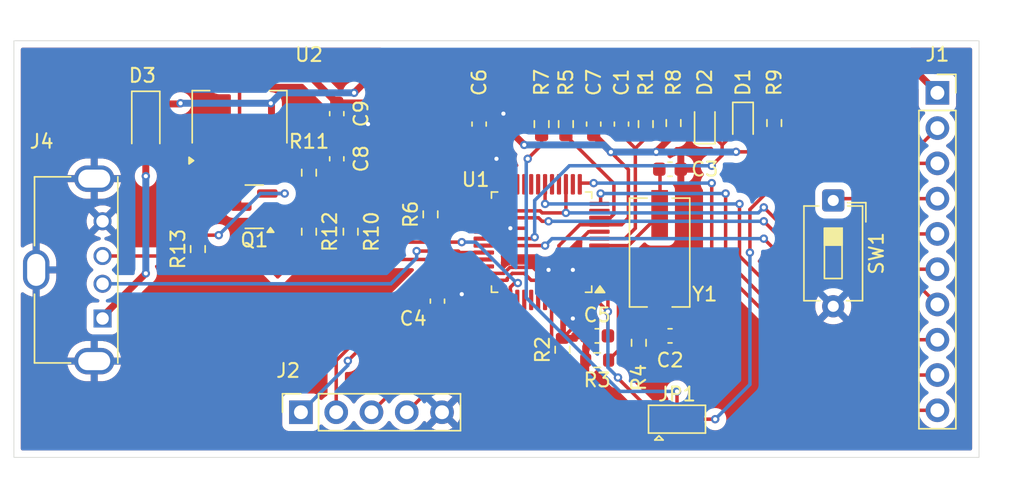
<source format=kicad_pcb>
(kicad_pcb (version 20241229) (generator "pcbnew") (generator_version "9.0")
  (layers (0 "F.Cu" signal) (2 "B.Cu" signal) (13 "F.Paste" user) (15 "B.Paste" user) (5 "F.SilkS" user "F.Silkscreen") (7 "B.SilkS" user "B.Silkscreen") (1 "F.Mask" user) (3 "B.Mask" user) (25 "Edge.Cuts" user))
  (net 0 "")
  (net 1 "Net-(U1-NRST)")
  (net 2 "GND")
  (net 3 "Net-(U1-PD0)")
  (net 4 "Net-(U1-PD1)")
  (net 5 "+3.3V")
  (net 6 "+5V")
  (net 7 "Net-(D1-K)")
  (net 8 "LED")
  (net 9 "Net-(D2-A)")
  (net 10 "VBUS")
  (net 11 "T_TX")
  (net 12 "T_SWO")
  (net 13 "T_CLK")
  (net 14 "T_RX")
  (net 15 "T_DIO")
  (net 16 "T_RST")
  (net 17 "DIO")
  (net 18 "CLK")
  (net 19 "B0")
  (net 20 "D-")
  (net 21 "D+")
  (net 22 "T_PWR")
  (net 23 "Net-(JP1-C)")
  (net 24 "Net-(Q1-B)")
  (net 25 "Net-(Q1-E)")
  (net 26 "Net-(U1-PC13)")
  (net 27 "Net-(U1-PC14)")
  (net 28 "Net-(U1-PA0)")
  (net 29 "Net-(U1-PB12)")
  (net 30 "RENUM")
  (net 49 "Net-(J1-Pin_4)")
  (footprint "Capacitor_SMD:C_0603_1608Metric" (layer "F.Cu") (at 74.25 27.5 -90)
    (property "Reference" "C8" (at 0 -1.75 90) (layer "F.SilkS"))
    (property "Value" "10uF")
    (pad "1" smd roundrect (at -0.775 0 270) (size 0.9 0.95) (layers "F.Cu" "F.Mask" "F.Paste") (net 2 "GND"))
    (pad "2" smd roundrect (at 0.775 0 270) (size 0.9 0.95) (layers "F.Cu" "F.Mask" "F.Paste") (net 6 "+5V"))
  )
  (footprint "Capacitor_SMD:C_0603_1608Metric" (layer "F.Cu") (at 92.75 25 -90)
    (property "Reference" "C7" (at -3 0 90) (layer "F.SilkS"))
    (property "Value" "100nF")
    (pad "1" smd roundrect (at -0.775 0 270) (size 0.9 0.95) (layers "F.Cu" "F.Mask" "F.Paste") (net 2 "GND"))
    (pad "2" smd roundrect (at 0.775 0 270) (size 0.9 0.95) (layers "F.Cu" "F.Mask" "F.Paste") (net 5 "+3.3V"))
  )
  (footprint "Connector_USB:USB_A_Molex_105057_Vertical" (layer "F.Cu") (at 57.385 39 90)
    (property "Reference" "J4" (at 12.75 -4.385 180) (layer "F.SilkS"))
    (property "Value" "USB_A")
    (pad "1" thru_hole rect (at 0 0 90) (size 1.3 1.3) (drill 0.9) (layers "*.Cu" "*.Mask") (net 10 "VBUS"))
    (pad "2" thru_hole circle (at 2.5 0 90) (size 1.3 1.3) (drill 0.9) (layers "*.Cu" "*.Mask") (net 20 "D-"))
    (pad "3" thru_hole circle (at 4.5 0 90) (size 1.3 1.3) (drill 0.9) (layers "*.Cu" "*.Mask") (net 21 "D+"))
    (pad "4" thru_hole circle (at 7 0 90) (size 1.3 1.3) (drill 0.9) (layers "*.Cu" "*.Mask") (net 2 "GND"))
    (pad "5" thru_hole oval (at -3.07 -0.6 270) (size 1.9 2.9) (drill oval 1.3 2.3) (layers "*.Cu" "*.Mask") (net 2 "GND"))
    (pad "5" thru_hole oval (at 3.5 -4.78 180) (size 1.9 2.9) (drill oval 1.3 2.3) (layers "*.Cu" "*.Mask") (net 2 "GND"))
    (pad "5" thru_hole oval (at 10.07 -0.6 90) (size 1.9 2.9) (drill oval 1.3 2.3) (layers "*.Cu" "*.Mask") (net 2 "GND"))
  )
  (footprint "Connector_PinSocket_2.54mm:PinSocket_1x05_P2.54mm_Vertical" (layer "F.Cu") (at 71.67 45.75 90)
    (property "Reference" "J2" (at 3 -0.92 180) (layer "F.SilkS"))
    (property "Value" "Conn_01x05_Pin")
    (pad "1" thru_hole rect (at 0 0 90) (size 1.7 1.7) (drill 1) (layers "*.Cu" "*.Mask") (net 5 "+3.3V"))
    (pad "2" thru_hole circle (at 0 2.54 90) (size 1.7 1.7) (drill 1) (layers "*.Cu" "*.Mask") (net 17 "DIO"))
    (pad "3" thru_hole circle (at 0 5.08 90) (size 1.7 1.7) (drill 1) (layers "*.Cu" "*.Mask") (net 18 "CLK"))
    (pad "4" thru_hole circle (at 0 7.62 90) (size 1.7 1.7) (drill 1) (layers "*.Cu" "*.Mask") (net 19 "B0"))
    (pad "5" thru_hole circle (at 0 10.16 90) (size 1.7 1.7) (drill 1) (layers "*.Cu" "*.Mask") (net 2 "GND"))
  )
  (footprint "Resistor_SMD:R_0603_1608Metric" (layer "F.Cu") (at 90.75 25 90)
    (property "Reference" "R5" (at 3 0 90) (layer "F.SilkS"))
    (property "Value" "4K7")
    (pad "1" smd roundrect (at -0.825 0 90) (size 0.8 0.95) (layers "F.Cu" "F.Mask" "F.Paste") (net 28 "Net-(U1-PA0)"))
    (pad "2" smd roundrect (at 0.825 0 90) (size 0.8 0.95) (layers "F.Cu" "F.Mask" "F.Paste") (net 2 "GND"))
  )
  (footprint "Diode_SMD:D_SMF" (layer "F.Cu") (at 60.5 25 -90)
    (property "Reference" "D3" (at -3.5 0.25 180) (layer "F.SilkS"))
    (property "Value" "BZD27Cxx")
    (pad "1" smd roundrect (at -1.45 0 270) (size 1.3 1.4) (layers "F.Cu" "F.Mask" "F.Paste") (roundrect_rratio 0.1923076923) (net 6 "+5V"))
    (pad "2" smd roundrect (at 1.45 0 270) (size 1.3 1.4) (layers "F.Cu" "F.Mask" "F.Paste") (roundrect_rratio 0.1923076923) (net 10 "VBUS"))
  )
  (footprint "Resistor_SMD:R_0603_1608Metric" (layer "F.Cu") (at 105.75 24.925 -90)
    (property "Reference" "R9" (at -2.925 0 90) (layer "F.SilkS"))
    (property "Value" "220R")
    (pad "1" smd roundrect (at -0.825 0 270) (size 0.8 0.95) (layers "F.Cu" "F.Mask" "F.Paste") (net 7 "Net-(D1-K)"))
    (pad "2" smd roundrect (at 0.825 0 270) (size 0.8 0.95) (layers "F.Cu" "F.Mask" "F.Paste") (net 2 "GND"))
  )
  (footprint "Capacitor_SMD:C_0603_1608Metric" (layer "F.Cu") (at 81.5 37.75 90)
    (property "Reference" "C4" (at -1.25 -1.75 180) (layer "F.SilkS"))
    (property "Value" "100nF")
    (pad "1" smd roundrect (at -0.775 0 90) (size 0.9 0.95) (layers "F.Cu" "F.Mask" "F.Paste") (net 2 "GND"))
    (pad "2" smd roundrect (at 0.775 0 90) (size 0.9 0.95) (layers "F.Cu" "F.Mask" "F.Paste") (net 5 "+3.3V"))
  )
  (footprint "Jumper:SolderJumper-3_P1.3mm_Bridged12_Pad1.0x1.5mm" (layer "F.Cu") (at 98.75 46.25)
    (property "Reference" "JP1" (at 0 -1.8 0) (layer "F.SilkS"))
    (property "Value" "JP1")
    (fp_poly (pts (xy -0.9 -0.3) (xy -0.4 -0.3) (xy -0.4 0.3) (xy -0.9 0.3)) (fill yes) (layer "F.Cu"))
    (pad "1" smd rect (at -1.3 0) (size 1 1.5) (layers "F.Cu" "F.Mask") (net 5 "+3.3V"))
    (pad "2" smd rect (at 0 0) (size 1 1.5) (layers "F.Cu" "F.Mask") (net 23 "Net-(JP1-C)"))
    (pad "3" smd rect (at 1.3 0) (size 1 1.5) (layers "F.Cu" "F.Mask") (net 22 "T_PWR"))
  )
  (footprint "Capacitor_SMD:C_0603_1608Metric" (layer "F.Cu") (at 74.25 24.25 90)
    (property "Reference" "C9" (at 0 1.75 90) (layer "F.SilkS"))
    (property "Value" "10uF")
    (pad "1" smd roundrect (at -0.775 0 90) (size 0.9 0.95) (layers "F.Cu" "F.Mask" "F.Paste") (net 2 "GND"))
    (pad "2" smd roundrect (at 0.775 0 90) (size 0.9 0.95) (layers "F.Cu" "F.Mask" "F.Paste") (net 5 "+3.3V"))
  )
  (footprint "Capacitor_SMD:C_0603_1608Metric" (layer "F.Cu") (at 93 40.25)
    (property "Reference" "C5" (at 0 -1.5 0) (layer "F.SilkS"))
    (property "Value" "100nF")
    (pad "1" smd roundrect (at -0.775 0) (size 0.9 0.95) (layers "F.Cu" "F.Mask" "F.Paste") (net 2 "GND"))
    (pad "2" smd roundrect (at 0.775 0) (size 0.9 0.95) (layers "F.Cu" "F.Mask" "F.Paste") (net 5 "+3.3V"))
  )
  (footprint "Crystal:Crystal_SMD_ECS_CSM3X-2Pin_7.6x4.1mm" (layer "F.Cu") (at 97.5 34.25 90)
    (property "Reference" "Y1" (at -3 3.25 0) (layer "F.SilkS"))
    (property "Value" "Crystal")
    (pad "1" smd rect (at -2.75 0 90) (size 3.5 1.2) (layers "F.Cu" "F.Mask" "F.Paste") (net 3 "Net-(U1-PD0)"))
    (pad "2" smd rect (at 2.75 0 90) (size 3.5 1.2) (layers "F.Cu" "F.Mask" "F.Paste") (net 4 "Net-(U1-PD1)"))
  )
  (footprint "Resistor_SMD:R_0603_1608Metric" (layer "F.Cu") (at 75.25 32.75 -90)
    (property "Reference" "R10" (at 0 -1.5 90) (layer "F.SilkS"))
    (property "Value" "100R")
    (pad "1" smd roundrect (at -0.825 0 270) (size 0.8 0.95) (layers "F.Cu" "F.Mask" "F.Paste") (net 24 "Net-(Q1-B)"))
    (pad "2" smd roundrect (at 0.825 0 270) (size 0.8 0.95) (layers "F.Cu" "F.Mask" "F.Paste") (net 30 "RENUM"))
  )
  (footprint "LED_SMD:LED_0603_1608Metric" (layer "F.Cu") (at 103.5 24.925 -90)
    (property "Reference" "D1" (at -2.925 0 90) (layer "F.SilkS"))
    (property "Value" "RED")
    (pad "1" smd roundrect (at -0.7875 0 270) (size 0.875 0.95) (layers "F.Cu" "F.Mask" "F.Paste") (net 7 "Net-(D1-K)"))
    (pad "2" smd roundrect (at 0.7875 0 270) (size 0.875 0.95) (layers "F.Cu" "F.Mask" "F.Paste") (net 8 "LED"))
  )
  (footprint "Resistor_SMD:R_0603_1608Metric" (layer "F.Cu") (at 93 42 180)
    (property "Reference" "R3" (at 0 -1.43 0) (layer "F.SilkS"))
    (property "Value" "10K")
    (pad "1" smd roundrect (at -0.825 0 180) (size 0.8 0.95) (layers "F.Cu" "F.Mask" "F.Paste") (net 26 "Net-(U1-PC13)"))
    (pad "2" smd roundrect (at 0.825 0 180) (size 0.8 0.95) (layers "F.Cu" "F.Mask" "F.Paste") (net 2 "GND"))
  )
  (footprint "Resistor_SMD:R_0603_1608Metric" (layer "F.Cu") (at 96.5 25 -90)
    (property "Reference" "R1" (at -3 0 90) (layer "F.SilkS"))
    (property "Value" "100k")
    (pad "1" smd roundrect (at -0.825 0 270) (size 0.8 0.95) (layers "F.Cu" "F.Mask" "F.Paste") (net 5 "+3.3V"))
    (pad "2" smd roundrect (at 0.825 0 270) (size 0.8 0.95) (layers "F.Cu" "F.Mask" "F.Paste") (net 1 "Net-(U1-NRST)"))
  )
  (footprint "Resistor_SMD:R_0603_1608Metric" (layer "F.Cu") (at 90.5 41.25 90)
    (property "Reference" "R2" (at 0 -1.43 90) (layer "F.SilkS"))
    (property "Value" "100k")
    (pad "1" smd roundrect (at -0.825 0 90) (size 0.8 0.95) (layers "F.Cu" "F.Mask" "F.Paste") (net 19 "B0"))
    (pad "2" smd roundrect (at 0.825 0 90) (size 0.8 0.95) (layers "F.Cu" "F.Mask" "F.Paste") (net 2 "GND"))
  )
  (footprint "Package_TO_SOT_SMD:SOT-223-3_TabPin2" (layer "F.Cu") (at 67.25 24.5 90)
    (property "Reference" "U2" (at 4.5 5 180) (layer "F.SilkS"))
    (property "Value" "LD1117S33TR_SOT223")
    (pad "1" smd roundrect (at -3.15 -2.3 90) (size 2 1.5) (layers "F.Cu" "F.Mask" "F.Paste") (net 2 "GND"))
    (pad "2" smd roundrect (at -3.15 0 90) (size 2 1.5) (layers "F.Cu" "F.Mask" "F.Paste") (net 5 "+3.3V"))
    (pad "2" smd roundrect (at 3.15 0 90) (size 2 3.8) (layers "F.Cu" "F.Mask" "F.Paste") (net 5 "+3.3V"))
    (pad "3" smd roundrect (at -3.15 2.3 90) (size 2 1.5) (layers "F.Cu" "F.Mask" "F.Paste") (net 6 "+5V"))
  )
  (footprint "Resistor_SMD:R_0603_1608Metric" (layer "F.Cu") (at 98.5 24.925 90)
    (property "Reference" "R8" (at 2.925 0 90) (layer "F.SilkS"))
    (property "Value" "200R")
    (pad "1" smd roundrect (at -0.825 0 90) (size 0.8 0.95) (layers "F.Cu" "F.Mask" "F.Paste") (net 5 "+3.3V"))
    (pad "2" smd roundrect (at 0.825 0 90) (size 0.8 0.95) (layers "F.Cu" "F.Mask" "F.Paste") (net 9 "Net-(D2-A)"))
  )
  (footprint "Resistor_SMD:R_0603_1608Metric" (layer "F.Cu") (at 89 25 90)
    (property "Reference" "R7" (at 3 0 90) (layer "F.SilkS"))
    (property "Value" "4K7")
    (pad "1" smd roundrect (at -0.825 0 90) (size 0.8 0.95) (layers "F.Cu" "F.Mask" "F.Paste") (net 23 "Net-(JP1-C)"))
    (pad "2" smd roundrect (at 0.825 0 90) (size 0.8 0.95) (layers "F.Cu" "F.Mask" "F.Paste") (net 28 "Net-(U1-PA0)"))
  )
  (footprint "Capacitor_SMD:C_0603_1608Metric" (layer "F.Cu") (at 94.75 25 90)
    (property "Reference" "C1" (at 3 0 90) (layer "F.SilkS"))
    (property "Value" "100nF")
    (pad "1" smd roundrect (at -0.775 0 90) (size 0.9 0.95) (layers "F.Cu" "F.Mask" "F.Paste") (net 1 "Net-(U1-NRST)"))
    (pad "2" smd roundrect (at 0.775 0 90) (size 0.9 0.95) (layers "F.Cu" "F.Mask" "F.Paste") (net 2 "GND"))
  )
  (footprint "Capacitor_SMD:C_0603_1608Metric" (layer "F.Cu") (at 84.5 25 -90)
    (property "Reference" "C6" (at -3 0 90) (layer "F.SilkS"))
    (property "Value" "100nF")
    (pad "1" smd roundrect (at -0.775 0 270) (size 0.9 0.95) (layers "F.Cu" "F.Mask" "F.Paste") (net 2 "GND"))
    (pad "2" smd roundrect (at 0.775 0 270) (size 0.9 0.95) (layers "F.Cu" "F.Mask" "F.Paste") (net 5 "+3.3V"))
  )
  (footprint "Resistor_SMD:R_0603_1608Metric" (layer "F.Cu") (at 72.25 28.5 90)
    (property "Reference" "R11" (at 2.25 0 180) (layer "F.SilkS"))
    (property "Value" "10K")
    (pad "1" smd roundrect (at -0.825 0 90) (size 0.8 0.95) (layers "F.Cu" "F.Mask" "F.Paste") (net 24 "Net-(Q1-B)"))
    (pad "2" smd roundrect (at 0.825 0 90) (size 0.8 0.95) (layers "F.Cu" "F.Mask" "F.Paste") (net 6 "+5V"))
  )
  (footprint "Connector_PinSocket_2.54mm:PinSocket_1x10_P2.54mm_Vertical" (layer "F.Cu") (at 117.5 22.75)
    (property "Reference" "J1" (at 0 -2.77 0) (layer "F.SilkS"))
    (property "Value" "Conn_01x10_Pin")
    (pad "1" thru_hole rect (at 0 0) (size 1.7 1.7) (drill 1) (layers "*.Cu" "*.Mask") (net 6 "+5V"))
    (pad "2" thru_hole circle (at 0 2.54) (size 1.7 1.7) (drill 1) (layers "*.Cu" "*.Mask") (net 5 "+3.3V"))
    (pad "3" thru_hole circle (at 0 5.08) (size 1.7 1.7) (drill 1) (layers "*.Cu" "*.Mask") (net 22 "T_PWR"))
    (pad "4" thru_hole circle (at 0 7.62) (size 1.7 1.7) (drill 1) (layers "*.Cu" "*.Mask") (net 49 "Net-(J1-Pin_4)"))
    (pad "5" thru_hole circle (at 0 10.16) (size 1.7 1.7) (drill 1) (layers "*.Cu" "*.Mask") (net 13 "T_CLK"))
    (pad "6" thru_hole circle (at 0 12.7) (size 1.7 1.7) (drill 1) (layers "*.Cu" "*.Mask") (net 15 "T_DIO"))
    (pad "7" thru_hole circle (at 0 15.24) (size 1.7 1.7) (drill 1) (layers "*.Cu" "*.Mask") (net 12 "T_SWO"))
    (pad "8" thru_hole circle (at 0 17.78) (size 1.7 1.7) (drill 1) (layers "*.Cu" "*.Mask") (net 16 "T_RST"))
    (pad "9" thru_hole circle (at 0 20.32) (size 1.7 1.7) (drill 1) (layers "*.Cu" "*.Mask") (net 11 "T_TX"))
    (pad "10" thru_hole circle (at 0 22.86) (size 1.7 1.7) (drill 1) (layers "*.Cu" "*.Mask") (net 14 "T_RX"))
  )
  (footprint "Resistor_SMD:R_0603_1608Metric" (layer "F.Cu") (at 64.25 34 90)
    (property "Reference" "R13" (at 0 -1.43 90) (layer "F.SilkS"))
    (property "Value" "1K5")
    (pad "1" smd roundrect (at -0.825 0 90) (size 0.8 0.95) (layers "F.Cu" "F.Mask" "F.Paste") (net 21 "D+"))
    (pad "2" smd roundrect (at 0.825 0 90) (size 0.8 0.95) (layers "F.Cu" "F.Mask" "F.Paste") (net 25 "Net-(Q1-E)"))
  )
  (footprint "Package_QFP:LQFP-48_7x7mm_P0.5mm" (layer "F.Cu") (at 89 33.5 180)
    (property "Reference" "U1" (at 4.75 4.5 0) (layer "F.SilkS"))
    (property "Value" "STM32F103CBTx")
    (pad "1" smd roundrect (at -4.1625 -2.75 180) (size 1.475 0.3) (layers "F.Cu" "F.Mask" "F.Paste") (net 5 "+3.3V"))
    (pad "2" smd roundrect (at -4.1625 -2.25 180) (size 1.475 0.3) (layers "F.Cu" "F.Mask" "F.Paste") (net 26 "Net-(U1-PC13)"))
    (pad "3" smd roundrect (at -4.1625 -1.75 180) (size 1.475 0.3) (layers "F.Cu" "F.Mask" "F.Paste") (net 27 "Net-(U1-PC14)"))
    (pad "4" smd roundrect (at -4.1625 -1.25 180) (size 1.475 0.3) (layers "F.Cu" "F.Mask" "F.Paste"))
    (pad "5" smd roundrect (at -4.1625 -0.75 180) (size 1.475 0.3) (layers "F.Cu" "F.Mask" "F.Paste") (net 3 "Net-(U1-PD0)"))
    (pad "6" smd roundrect (at -4.1625 -0.25 180) (size 1.475 0.3) (layers "F.Cu" "F.Mask" "F.Paste") (net 4 "Net-(U1-PD1)"))
    (pad "7" smd roundrect (at -4.1625 0.25 180) (size 1.475 0.3) (layers "F.Cu" "F.Mask" "F.Paste") (net 1 "Net-(U1-NRST)"))
    (pad "8" smd roundrect (at -4.1625 0.75 180) (size 1.475 0.3) (layers "F.Cu" "F.Mask" "F.Paste") (net 2 "GND"))
    (pad "9" smd roundrect (at -4.1625 1.25 180) (size 1.475 0.3) (layers "F.Cu" "F.Mask" "F.Paste") (net 5 "+3.3V"))
    (pad "10" smd roundrect (at -4.1625 1.75 180) (size 1.475 0.3) (layers "F.Cu" "F.Mask" "F.Paste") (net 28 "Net-(U1-PA0)"))
    (pad "11" smd roundrect (at -4.1625 2.25 180) (size 1.475 0.3) (layers "F.Cu" "F.Mask" "F.Paste"))
    (pad "12" smd roundrect (at -4.1625 2.75 180) (size 1.475 0.3) (layers "F.Cu" "F.Mask" "F.Paste") (net 11 "T_TX"))
    (pad "13" smd roundrect (at -2.75 4.1625 180) (size 0.3 1.475) (layers "F.Cu" "F.Mask" "F.Paste") (net 14 "T_RX"))
    (pad "14" smd roundrect (at -2.25 4.1625 180) (size 0.3 1.475) (layers "F.Cu" "F.Mask" "F.Paste"))
    (pad "15" smd roundrect (at -1.75 4.1625 180) (size 0.3 1.475) (layers "F.Cu" "F.Mask" "F.Paste") (net 13 "T_CLK"))
    (pad "16" smd roundrect (at -1.25 4.1625 180) (size 0.3 1.475) (layers "F.Cu" "F.Mask" "F.Paste"))
    (pad "17" smd roundrect (at -0.75 4.1625 180) (size 0.3 1.475) (layers "F.Cu" "F.Mask" "F.Paste"))
    (pad "18" smd roundrect (at -0.25 4.1625 180) (size 0.3 1.475) (layers "F.Cu" "F.Mask" "F.Paste") (net 16 "T_RST"))
    (pad "19" smd roundrect (at 0.25 4.1625 180) (size 0.3 1.475) (layers "F.Cu" "F.Mask" "F.Paste"))
    (pad "20" smd roundrect (at 0.75 4.1625 180) (size 0.3 1.475) (layers "F.Cu" "F.Mask" "F.Paste"))
    (pad "21" smd roundrect (at 1.25 4.1625 180) (size 0.3 1.475) (layers "F.Cu" "F.Mask" "F.Paste"))
    (pad "22" smd roundrect (at 1.75 4.1625 180) (size 0.3 1.475) (layers "F.Cu" "F.Mask" "F.Paste"))
    (pad "23" smd roundrect (at 2.25 4.1625 180) (size 0.3 1.475) (layers "F.Cu" "F.Mask" "F.Paste") (net 2 "GND"))
    (pad "24" smd roundrect (at 2.75 4.1625 180) (size 0.3 1.475) (layers "F.Cu" "F.Mask" "F.Paste") (net 5 "+3.3V"))
    (pad "25" smd roundrect (at 4.1625 2.75 180) (size 1.475 0.3) (layers "F.Cu" "F.Mask" "F.Paste") (net 29 "Net-(U1-PB12)"))
    (pad "26" smd roundrect (at 4.1625 2.25 180) (size 1.475 0.3) (layers "F.Cu" "F.Mask" "F.Paste") (net 13 "T_CLK"))
    (pad "27" smd roundrect (at 4.1625 1.75 180) (size 1.475 0.3) (layers "F.Cu" "F.Mask" "F.Paste") (net 15 "T_DIO"))
    (pad "28" smd roundrect (at 4.1625 1.25 180) (size 1.475 0.3) (layers "F.Cu" "F.Mask" "F.Paste"))
    (pad "29" smd roundrect (at 4.1625 0.75 180) (size 1.475 0.3) (layers "F.Cu" "F.Mask" "F.Paste"))
    (pad "30" smd roundrect (at 4.1625 0.25 180) (size 1.475 0.3) (layers "F.Cu" "F.Mask" "F.Paste") (net 8 "LED"))
    (pad "31" smd roundrect (at 4.1625 -0.25 180) (size 1.475 0.3) (layers "F.Cu" "F.Mask" "F.Paste") (net 12 "T_SWO"))
    (pad "32" smd roundrect (at 4.1625 -0.75 180) (size 1.475 0.3) (layers "F.Cu" "F.Mask" "F.Paste") (net 20 "D-"))
    (pad "33" smd roundrect (at 4.1625 -1.25 180) (size 1.475 0.3) (layers "F.Cu" "F.Mask" "F.Paste") (net 21 "D+"))
    (pad "34" smd roundrect (at 4.1625 -1.75 180) (size 1.475 0.3) (layers "F.Cu" "F.Mask" "F.Paste") (net 17 "DIO"))
    (pad "35" smd roundrect (at 4.1625 -2.25 180) (size 1.475 0.3) (layers "F.Cu" "F.Mask" "F.Paste") (net 2 "GND"))
    (pad "36" smd roundrect (at 4.1625 -2.75 180) (size 1.475 0.3) (layers "F.Cu" "F.Mask" "F.Paste") (net 5 "+3.3V"))
    (pad "37" smd roundrect (at 2.75 -4.1625 180) (size 0.3 1.475) (layers "F.Cu" "F.Mask" "F.Paste") (net 18 "CLK"))
    (pad "38" smd roundrect (at 2.25 -4.1625 180) (size 0.3 1.475) (layers "F.Cu" "F.Mask" "F.Paste") (net 30 "RENUM"))
    (pad "39" smd roundrect (at 1.75 -4.1625 180) (size 0.3 1.475) (layers "F.Cu" "F.Mask" "F.Paste"))
    (pad "40" smd roundrect (at 1.25 -4.1625 180) (size 0.3 1.475) (layers "F.Cu" "F.Mask" "F.Paste"))
    (pad "41" smd roundrect (at 0.75 -4.1625 180) (size 0.3 1.475) (layers "F.Cu" "F.Mask" "F.Paste"))
    (pad "42" smd roundrect (at 0.25 -4.1625 180) (size 0.3 1.475) (layers "F.Cu" "F.Mask" "F.Paste"))
    (pad "43" smd roundrect (at -0.25 -4.1625 180) (size 0.3 1.475) (layers "F.Cu" "F.Mask" "F.Paste"))
    (pad "44" smd roundrect (at -0.75 -4.1625 180) (size 0.3 1.475) (layers "F.Cu" "F.Mask" "F.Paste") (net 19 "B0"))
    (pad "45" smd roundrect (at -1.25 -4.1625 180) (size 0.3 1.475) (layers "F.Cu" "F.Mask" "F.Paste"))
    (pad "46" smd roundrect (at -1.75 -4.1625 180) (size 0.3 1.475) (layers "F.Cu" "F.Mask" "F.Paste"))
    (pad "47" smd roundrect (at -2.25 -4.1625 180) (size 0.3 1.475) (layers "F.Cu" "F.Mask" "F.Paste") (net 2 "GND"))
    (pad "48" smd roundrect (at -2.75 -4.1625 180) (size 0.3 1.475) (layers "F.Cu" "F.Mask" "F.Paste") (net 5 "+3.3V"))
  )
  (footprint "Resistor_SMD:R_0603_1608Metric" (layer "F.Cu") (at 72.25 32.75 90)
    (property "Reference" "R12" (at 0 1.5 90) (layer "F.SilkS"))
    (property "Value" "39K")
    (pad "1" smd roundrect (at -0.825 0 90) (size 0.8 0.95) (layers "F.Cu" "F.Mask" "F.Paste") (net 2 "GND"))
    (pad "2" smd roundrect (at 0.825 0 90) (size 0.8 0.95) (layers "F.Cu" "F.Mask" "F.Paste") (net 24 "Net-(Q1-B)"))
  )
  (footprint "Resistor_SMD:R_0603_1608Metric" (layer "F.Cu") (at 81 31.5 90)
    (property "Reference" "R6" (at 0 -1.43 90) (layer "F.SilkS"))
    (property "Value" "100R")
    (pad "1" smd roundrect (at -0.825 0 90) (size 0.8 0.95) (layers "F.Cu" "F.Mask" "F.Paste") (net 15 "T_DIO"))
    (pad "2" smd roundrect (at 0.825 0 90) (size 0.8 0.95) (layers "F.Cu" "F.Mask" "F.Paste") (net 29 "Net-(U1-PB12)"))
  )
  (footprint "Package_TO_SOT_SMD:SOT-23" (layer "F.Cu") (at 68.3125 30.95 180)
    (property "Reference" "Q1" (at 0 -2.4 0) (layer "F.SilkS"))
    (property "Value" "BC849")
    (pad "1" smd roundrect (at -0.9375 -0.95 180) (size 1.475 0.6) (layers "F.Cu" "F.Mask" "F.Paste") (net 24 "Net-(Q1-B)"))
    (pad "2" smd roundrect (at -0.9375 0.95 180) (size 1.475 0.6) (layers "F.Cu" "F.Mask" "F.Paste") (net 25 "Net-(Q1-E)"))
    (pad "3" smd roundrect (at 0.9375 0 180) (size 1.475 0.6) (layers "F.Cu" "F.Mask" "F.Paste") (net 5 "+3.3V"))
  )
  (footprint "Capacitor_SMD:C_0603_1608Metric" (layer "F.Cu") (at 98.25 28.25)
    (property "Reference" "C3" (at 2.5 0 0) (layer "F.SilkS"))
    (property "Value" "20pF")
    (pad "1" smd roundrect (at -0.775 0) (size 0.9 0.95) (layers "F.Cu" "F.Mask" "F.Paste") (net 4 "Net-(U1-PD1)"))
    (pad "2" smd roundrect (at 0.775 0) (size 0.9 0.95) (layers "F.Cu" "F.Mask" "F.Paste") (net 2 "GND"))
  )
  (footprint "LED_SMD:LED_0603_1608Metric" (layer "F.Cu") (at 100.75 24.925 90)
    (property "Reference" "D2" (at 2.925 0 90) (layer "F.SilkS"))
    (property "Value" "BLUE")
    (pad "1" smd roundrect (at -0.7875 0 90) (size 0.875 0.95) (layers "F.Cu" "F.Mask" "F.Paste") (net 8 "LED"))
    (pad "2" smd roundrect (at 0.7875 0 90) (size 0.875 0.95) (layers "F.Cu" "F.Mask" "F.Paste") (net 9 "Net-(D2-A)"))
  )
  (footprint "Capacitor_SMD:C_0603_1608Metric" (layer "F.Cu") (at 98.25 40.25)
    (property "Reference" "C2" (at 0 1.75 0) (layer "F.SilkS"))
    (property "Value" "20pF")
    (pad "1" smd roundrect (at -0.775 0) (size 0.9 0.95) (layers "F.Cu" "F.Mask" "F.Paste") (net 3 "Net-(U1-PD0)"))
    (pad "2" smd roundrect (at 0.775 0) (size 0.9 0.95) (layers "F.Cu" "F.Mask" "F.Paste") (net 2 "GND"))
  )
  (footprint "Button_Switch_THT:SW_DIP_SPSTx01_Slide_6.7x4.1mm_W7.62mm_P2.54mm_LowProfile" (layer "F.Cu") (at 110 30.5 -90)
    (property "Reference" "SW1" (at 3.81 -3.11 90) (layer "F.SilkS"))
    (property "Value" "SW_SPST")
    (pad "1" thru_hole roundrect (at 0 0 270) (size 1.6 1.6) (drill 0.8) (layers "*.Cu" "*.Mask") (roundrect_rratio 0.15625) (net 49 "Net-(J1-Pin_4)"))
    (pad "2" thru_hole circle (at 7.62 0 270) (size 1.6 1.6) (drill 0.8) (layers "*.Cu" "*.Mask") (net 2 "GND"))
  )
  (footprint "Resistor_SMD:R_0603_1608Metric" (layer "F.Cu") (at 96 40.75 -90)
    (property "Reference" "R4" (at 2.5 0 90) (layer "F.SilkS"))
    (property "Value" "DNP")
    (pad "1" smd roundrect (at -0.825 0 270) (size 0.8 0.95) (layers "F.Cu" "F.Mask" "F.Paste") (net 27 "Net-(U1-PC14)"))
    (pad "2" smd roundrect (at 0.825 0 270) (size 0.8 0.95) (layers "F.Cu" "F.Mask" "F.Paste") (net 2 "GND"))
  )
  (gr_rect (start 51 19) (end 120.5 49) (stroke (width 0.05)) (fill no) (layer "Edge.Cuts"))
  (segment (start 95.75 26.75) (end 94.775 25.775) (width 0.25) (layer "F.Cu") (net 1))
  (segment (start 96.5 25.825) (end 96.5 26) (width 0.25) (layer "F.Cu") (net 1))
  (segment (start 95.75 32.5) (end 95 33.25) (width 0.25) (layer "F.Cu") (net 1))
  (segment (start 95.75 26.75) (end 95.75 32.5) (width 0.25) (layer "F.Cu") (net 1))
  (segment (start 95 33.25) (end 93.1625 33.25) (width 0.25) (layer "F.Cu") (net 1))
  (segment (start 94.775 25.775) (end 94.75 25.775) (width 0.25) (layer "F.Cu") (net 1))
  (segment (start 94.8 25.825) (end 94.75 25.775) (width 0.25) (layer "F.Cu") (net 1))
  (segment (start 96.5 26) (end 95.75 26.75) (width 0.25) (layer "F.Cu") (net 1))
  (segment (start 86.75 29.3375) (end 86.75 28.5) (width 0.25) (layer "F.Cu") (net 2))
  (segment (start 92.384106 32.75) (end 91.25 33.884106) (width 0.25) (layer "F.Cu") (net 2))
  (segment (start 91.25 39) (end 91.25 39.675) (width 0.25) (layer "F.Cu") (net 2))
  (segment (start 86.71446 35.319) (end 89.319 35.319) (width 0.25) (layer "F.Cu") (net 2))
  (segment (start 93.1625 32.75) (end 92.384106 32.75) (width 0.25) (layer "F.Cu") (net 2))
  (segment (start 91.25 39) (end 91.25 39.275) (width 0.25) (layer "F.Cu") (net 2))
  (segment (start 91.25 39.675) (end 90.5 40.425) (width 0.25) (layer "F.Cu") (net 2))
  (segment (start 91.25 33.884106) (end 91.25 35.5) (width 0.25) (layer "F.Cu") (net 2))
  (segment (start 91.25 39.275) (end 92.225 40.25) (width 0.25) (layer "F.Cu") (net 2))
  (segment (start 92.225 41.95) (end 92.175 42) (width 0.25) (layer "F.Cu") (net 2))
  (segment (start 86.28346 35.75) (end 86.71446 35.319) (width 0.25) (layer "F.Cu") (net 2))
  (segment (start 91.25 39) (end 91.25 37.6625) (width 0.25) (layer "F.Cu") (net 2))
  (segment (start 92.225 40.25) (end 92.225 41.95) (width 0.25) (layer "F.Cu") (net 2))
  (segment (start 86.75 28.5) (end 85.75 27.5) (width 0.25) (layer "F.Cu") (net 2))
  (segment (start 84.8375 35.75) (end 86.28346 35.75) (width 0.25) (layer "F.Cu") (net 2))
  (segment (start 89.319 35.319) (end 89.5 35.5) (width 0.25) (layer "F.Cu") (net 2))
  (via (at 85.75 27.5) (size 0.6) (drill 0.3) (layers "F.Cu" "B.Cu") (net 2))
  (via (at 76.5 25) (size 0.6) (drill 0.3) (layers "F.Cu" "B.Cu") (net 2))
  (via (at 89.5 35.5) (size 0.6) (drill 0.3) (layers "F.Cu" "B.Cu") (net 2))
  (via (at 83.25 37.25) (size 0.6) (drill 0.3) (layers "F.Cu" "B.Cu") (net 2))
  (via (at 86.25 24.25) (size 0.6) (drill 0.3) (layers "F.Cu" "B.Cu") (net 2))
  (via (at 86.75 32.5) (size 0.6) (drill 0.3) (layers "F.Cu" "B.Cu") (net 2))
  (via (at 91.25 39) (size 0.6) (drill 0.3) (layers "F.Cu" "B.Cu") (net 2))
  (via (at 91.25 35.5) (size 0.6) (drill 0.3) (layers "F.Cu" "B.Cu") (net 2))
  (segment (start 89.5 35.5) (end 91.25 35.5) (width 0.25) (layer "B.Cu") (net 2))
  (segment (start 91.25 35.5) (end 91.25 39) (width 0.25) (layer "B.Cu") (net 2))
  (segment (start 97.5 40.225) (end 97.475 40.25) (width 0.25) (layer "F.Cu") (net 3))
  (segment (start 97.5 37) (end 97.5 40.225) (width 0.25) (layer "F.Cu") (net 3))
  (segment (start 94.75 34.25) (end 97.5 37) (width 0.25) (layer "F.Cu") (net 3))
  (segment (start 93.1625 34.25) (end 94.75 34.25) (width 0.25) (layer "F.Cu") (net 3))
  (segment (start 97.5 31.5) (end 95.25 33.75) (width 0.25) (layer "F.Cu") (net 4))
  (segment (start 95.25 33.75) (end 93.1625 33.75) (width 0.25) (layer "F.Cu") (net 4))
  (segment (start 97.525 28.25) (end 97.525 31.475) (width 0.25) (layer "F.Cu") (net 4))
  (segment (start 97.525 31.475) (end 97.5 31.5) (width 0.25) (layer "F.Cu") (net 4))
  (segment (start 86.169 29.2565) (end 86.169 29.3375) (width 0.5) (layer "F.Cu") (net 5))
  (segment (start 80.123418 36.975) (end 81.5 36.975) (width 0.25) (layer "F.Cu") (net 5))
  (segment (start 94.5 43.3) (end 94.5 43.25) (width 0.25) (layer "F.Cu") (net 5))
  (segment (start 97.45 46.25) (end 94.5 43.3) (width 0.25) (layer "F.Cu") (net 5))
  (segment (start 95.25 28.275) (end 95.25 31.75) (width 0.25) (layer "F.Cu") (net 5))
  (segment (start 74.256 23.481) (end 82.206 23.481) (width 0.5) (layer "F.Cu") (net 5))
  (segment (start 74.25 23.475) (end 74.256 23.481) (width 0.5) (layer "F.Cu") (net 5))
  (segment (start 87.75 35.75) (end 86.892986 35.75) (width 0.25) (layer "F.Cu") (net 5))
  (segment (start 87.025 25.775) (end 87.75 26.5) (width 0.5) (layer "F.Cu") (net 5))
  (segment (start 86.519707 36.230293) (end 86.5 36.25) (width 0.25) (layer "F.Cu") (net 5))
  (segment (start 84.5 27.5875) (end 86.169 29.2565) (width 0.5) (layer "F.Cu") (net 5))
  (segment (start 91.75 32.25) (end 90.25 33.75) (width 0.25) (layer "F.Cu") (net 5))
  (segment (start 67.325 31) (end 67.375 30.95) (width 0.25) (layer "F.Cu") (net 5))
  (segment (start 82.225 36.25) (end 81.5 36.975) (width 0.25) (layer "F.Cu") (net 5))
  (segment (start 93.1625 32.25) (end 91.75 32.25) (width 0.25) (layer "F.Cu") (net 5))
  (segment (start 98.5 25.75) (end 98.075 25.75) (width 0.5) (layer "F.Cu") (net 5))
  (segment (start 84.8375 36.25) (end 82.225 36.25) (width 0.25) (layer "F.Cu") (net 5))
  (segment (start 88.25 36.25) (end 87.75 35.75) (width 0.25) (layer "F.Cu") (net 5))
  (segment (start 98.075 25.75) (end 96.5 24.175) (width 0.5) (layer "F.Cu") (net 5))
  (segment (start 86.5 36.25) (end 84.8375 36.25) (width 0.25) (layer "F.Cu") (net 5))
  (segment (start 67.25 27.65) (end 67.25 21.35) (width 0.25) (layer "F.Cu") (net 5))
  (segment (start 84.5 25.775) (end 84.5 27.5875) (width 0.5) (layer "F.Cu") (net 5))
  (segment (start 84.5 27.5875) (end 86.25 29.3375) (width 0.25) (layer "F.Cu") (net 5))
  (segment (start 86.519707 36.123279) (end 86.519707 36.230293) (width 0.25) (layer "F.Cu") (net 5))
  (segment (start 93.9875 27.0125) (end 92.75 25.775) (width 0.5) (layer "F.Cu") (net 5))
  (segment (start 67.25 21.35) (end 72.125 21.35) (width 0.5) (layer "F.Cu") (net 5))
  (segment (start 84.5 25.775) (end 87.025 25.775) (width 0.5) (layer "F.Cu") (net 5))
  (segment (start 86.892986 35.75) (end 86.519707 36.123279) (width 0.25) (layer "F.Cu") (net 5))
  (segment (start 93.775 38.5) (end 93.775 40.25) (width 0.25) (layer "F.Cu") (net 5))
  (segment (start 93.775 36.8625) (end 93.775 38.5) (width 0.25) (layer "F.Cu") (net 5))
  (segment (start 94.75 32.25) (end 93.1625 32.25) (width 0.25) (layer "F.Cu") (net 5))
  (segment (start 115.79 27) (end 103 27) (width 0.25) (layer "F.Cu") (net 5))
  (segment (start 90.25 33.75) (end 90.25 35.75) (width 0.25) (layer "F.Cu") (net 5))
  (segment (start 67.25 27.65) (end 67.25 30.825) (width 0.25) (layer "F.Cu") (net 5))
  (segment (start 93.9875 27.0125) (end 95.25 28.275) (width 0.25) (layer "F.Cu") (net 5))
  (segment (start 91.75 37.6625) (end 92.9375 37.6625) (width 0.25) (layer "F.Cu") (net 5))
  (segment (start 72.125 21.35) (end 74.25 23.475) (width 0.5) (layer "F.Cu") (net 5))
  (segment (start 82.206 23.481) (end 84.5 25.775) (width 0.5) (layer "F.Cu") (net 5))
  (segment (start 90.75 36.25) (end 88.25 36.25) (width 0.25) (layer "F.Cu") (net 5))
  (segment (start 93.1625 36.25) (end 90.75 36.25) (width 0.25) (layer "F.Cu") (net 5))
  (segment (start 95.25 31.75) (end 94.75 32.25) (width 0.25) (layer "F.Cu") (net 5))
  (segment (start 97.25 27) (end 98.5 25.75) (width 0.5) (layer "F.Cu") (net 5))
  (segment (start 92.9375 37.6625) (end 93.775 38.5) (width 0.25) (layer "F.Cu") (net 5))
  (segment (start 90.25 35.75) (end 90.75 36.25) (width 0.25) (layer "F.Cu") (net 5))
  (segment (start 67.25 30.825) (end 67.375 30.95) (width 0.25) (layer "F.Cu") (net 5))
  (segment (start 75.049209 42.049209) (end 80.123418 36.975) (width 0.25) (layer "F.Cu") (net 5))
  (segment (start 117.5 25.29) (end 115.79 27) (width 0.25) (layer "F.Cu") (net 5))
  (segment (start 93.1625 36.25) (end 93.775 36.8625) (width 0.25) (layer "F.Cu") (net 5))
  (via (at 93.775 38.5) (size 0.6) (drill 0.3) (layers "F.Cu" "B.Cu") (net 5))
  (via (at 87.75 26.5) (size 0.6) (drill 0.3) (layers "F.Cu" "B.Cu") (net 5))
  (via (at 97.25 27) (size 0.6) (drill 0.3) (layers "F.Cu" "B.Cu") (net 5))
  (via (at 103 27) (size 0.6) (drill 0.3) (layers "F.Cu" "B.Cu") (net 5))
  (via (at 75.049209 42.049209) (size 0.6) (drill 0.3) (layers "F.Cu" "B.Cu") (net 5))
  (via (at 93.9875 27.0125) (size 0.6) (drill 0.3) (layers "F.Cu" "B.Cu") (net 5))
  (via (at 94.5 43.25) (size 0.6) (drill 0.3) (layers "F.Cu" "B.Cu") (net 5))
  (segment (start 87.75 26.5) (end 93.475 26.5) (width 0.5) (layer "B.Cu") (net 5))
  (segment (start 75.049209 42.370791) (end 71.67 45.75) (width 0.25) (layer "B.Cu") (net 5))
  (segment (start 97.2375 27.0125) (end 93.9875 27.0125) (width 0.25) (layer "B.Cu") (net 5))
  (segment (start 93.475 26.5) (end 93.9875 27.0125) (width 0.5) (layer "B.Cu") (net 5))
  (segment (start 75.049209 42.049209) (end 75.049209 42.370791) (width 0.25) (layer "B.Cu") (net 5))
  (segment (start 97.25 27) (end 97.2375 27.0125) (width 0.25) (layer "B.Cu") (net 5))
  (segment (start 93.775 42.525) (end 93.775 38.5) (width 0.25) (layer "B.Cu") (net 5))
  (segment (start 94.5 43.25) (end 93.775 42.525) (width 0.25) (layer "B.Cu") (net 5))
  (segment (start 93.9875 27.0125) (end 102.9875 27.0125) (width 0.5) (layer "B.Cu") (net 5))
  (segment (start 103 27) (end 97.25 27) (width 0.25) (layer "B.Cu") (net 5))
  (segment (start 102.9875 27.0125) (end 103 27) (width 0.5) (layer "B.Cu") (net 5))
  (segment (start 69.55 23.55) (end 69.5 23.5) (width 0.5) (layer "F.Cu") (net 6))
  (segment (start 69.55 27.65) (end 69.55 23.55) (width 0.5) (layer "F.Cu") (net 6))
  (segment (start 60.5 23.55) (end 62.95 23.55) (width 0.5) (layer "F.Cu") (net 6))
  (segment (start 115 20.25) (end 117.5 22.75) (width 0.5) (layer "F.Cu") (net 6))
  (segment (start 62.95 23.55) (end 63 23.5) (width 0.5) (layer "F.Cu") (net 6))
  (segment (start 78 20.25) (end 115 20.25) (width 0.5) (layer "F.Cu") (net 6))
  (segment (start 75.5 22.75) (end 78 20.25) (width 0.5) (layer "F.Cu") (net 6))
  (segment (start 73.625 27.65) (end 74.25 28.275) (width 0.5) (layer "F.Cu") (net 6))
  (segment (start 69.55 27.65) (end 73.625 27.65) (width 0.5) (layer "F.Cu") (net 6))
  (via (at 63 23.5) (size 0.6) (drill 0.3) (layers "F.Cu" "B.Cu") (net 6))
  (via (at 75.5 22.75) (size 0.6) (drill 0.3) (layers "F.Cu" "B.Cu") (net 6))
  (via (at 69.5 23.5) (size 0.6) (drill 0.3) (layers "F.Cu" "B.Cu") (net 6))
  (segment (start 69.5 23.5) (end 70.25 22.75) (width 0.5) (layer "B.Cu") (net 6))
  (segment (start 70.25 22.75) (end 75.5 22.75) (width 0.5) (layer "B.Cu") (net 6))
  (segment (start 63 23.5) (end 69.5 23.5) (width 0.5) (layer "B.Cu") (net 6))
  (segment (start 105.7125 24.1375) (end 105.75 24.1) (width 0.25) (layer "F.Cu") (net 7))
  (segment (start 103.5 24.1375) (end 105.7125 24.1375) (width 0.25) (layer "F.Cu") (net 7))
  (segment (start 101.2125 25.7125) (end 102 26.5) (width 0.25) (layer "F.Cu") (net 8))
  (segment (start 84.8375 33.25) (end 88.395 33.25) (width 0.25) (layer "F.Cu") (net 8))
  (segment (start 88.395 33.25) (end 88.5 33.145) (width 0.25) (layer "F.Cu") (net 8))
  (segment (start 102 26.5) (end 102.7875 25.7125) (width 0.25) (layer "F.Cu") (net 8))
  (segment (start 102.7875 25.7125) (end 103.5 25.7125) (width 0.25) (layer "F.Cu") (net 8))
  (segment (start 101.25 28) (end 102 27.25) (width 0.25) (layer "F.Cu") (net 8))
  (segment (start 102 27.25) (end 102 26.5) (width 0.25) (layer "F.Cu") (net 8))
  (segment (start 100.75 25.7125) (end 101.2125 25.7125) (width 0.25) (layer "F.Cu") (net 8))
  (via (at 101.25 28) (size 0.6) (drill 0.3) (layers "F.Cu" "B.Cu") (net 8))
  (via (at 88.5 33.145) (size 0.6) (drill 0.3) (layers "F.Cu" "B.Cu") (net 8))
  (segment (start 91 28) (end 101.25 28) (width 0.25) (layer "B.Cu") (net 8))
  (segment (start 88.5 30.5) (end 91 28) (width 0.25) (layer "B.Cu") (net 8))
  (segment (start 88.5 33.145) (end 88.5 30.5) (width 0.25) (layer "B.Cu") (net 8))
  (segment (start 100.7125 24.1) (end 100.75 24.1375) (width 0.25) (layer "F.Cu") (net 9))
  (segment (start 98.5 24.1) (end 100.7125 24.1) (width 0.25) (layer "F.Cu") (net 9))
  (segment (start 57.385 38.865) (end 60.5 35.75) (width 0.5) (layer "F.Cu") (net 10))
  (segment (start 57.385 39) (end 57.385 38.865) (width 0.5) (layer "F.Cu") (net 10))
  (segment (start 60.5 26.45) (end 60.5 28.75) (width 0.5) (layer "F.Cu") (net 10))
  (via (at 60.5 35.75) (size 0.6) (drill 0.3) (layers "F.Cu" "B.Cu") (net 10))
  (via (at 60.5 28.75) (size 0.6) (drill 0.3) (layers "F.Cu" "B.Cu") (net 10))
  (segment (start 60.5 28.75) (end 60.5 35.75) (width 0.5) (layer "B.Cu") (net 10))
  (segment (start 102.25 34.75) (end 102.25 30) (width 0.25) (layer "F.Cu") (net 11))
  (segment (start 93.25 30) (end 93.25 30.6625) (width 0.25) (layer "F.Cu") (net 11))
  (segment (start 110.57 43.07) (end 102.25 34.75) (width 0.25) (layer "F.Cu") (net 11))
  (segment (start 93.25 30.6625) (end 93.1625 30.75) (width 0.25) (layer "F.Cu") (net 11))
  (segment (start 117.5 43.07) (end 110.57 43.07) (width 0.25) (layer "F.Cu") (net 11))
  (via (at 93.25 30) (size 0.6) (drill 0.3) (layers "F.Cu" "B.Cu") (net 11))
  (via (at 102.25 30) (size 0.6) (drill 0.3) (layers "F.Cu" "B.Cu") (net 11))
  (segment (start 102.25 30) (end 93.25 30) (width 0.25) (layer "B.Cu") (net 11))
  (segment (start 117.5 37.99) (end 116.01 36.5) (width 0.25) (layer "F.Cu") (net 12))
  (segment (start 116.01 36.5) (end 108.25 36.5) (width 0.25) (layer "F.Cu") (net 12))
  (segment (start 108.25 36.5) (end 105 33.25) (width 0.25) (layer "F.Cu") (net 12))
  (segment (start 89.25 33.75) (end 84.8375 33.75) (width 0.25) (layer "F.Cu") (net 12))
  (via (at 89.25 33.75) (size 0.6) (drill 0.3) (layers "F.Cu" "B.Cu") (net 12))
  (via (at 105 33.25) (size 0.6) (drill 0.3) (layers "F.Cu" "B.Cu") (net 12))
  (segment (start 89.75 33.25) (end 105 33.25) (width 0.25) (layer "B.Cu") (net 12))
  (segment (start 89.25 33.75) (end 89.75 33.25) (width 0.25) (layer "B.Cu") (net 12))
  (segment (start 117.5 32.91) (end 106.91 32.91) (width 0.25) (layer "F.Cu") (net 13))
  (segment (start 84.8375 31.25) (end 88.892986 31.25) (width 0.25) (layer "F.Cu") (net 13))
  (segment (start 106.91 32.91) (end 105 31) (width 0.25) (layer "F.Cu") (net 13))
  (segment (start 89.037986 31.395) (end 90.75 31.395) (width 0.25) (layer "F.Cu") (net 13))
  (segment (start 88.892986 31.25) (end 89.037986 31.395) (width 0.25) (layer "F.Cu") (net 13))
  (segment (start 90.75 31.395) (end 90.75 29.3375) (width 0.25) (layer "F.Cu") (net 13))
  (via (at 90.75 31.395) (size 0.6) (drill 0.3) (layers "F.Cu" "B.Cu") (net 13))
  (via (at 105 31) (size 0.6) (drill 0.3) (layers "F.Cu" "B.Cu") (net 13))
  (segment (start 104.605 31.395) (end 90.75 31.395) (width 0.25) (layer "B.Cu") (net 13))
  (segment (start 105 31) (end 104.605 31.395) (width 0.25) (layer "B.Cu") (net 13))
  (segment (start 101.25 34.75) (end 101.25 29.25) (width 0.25) (layer "F.Cu") (net 14))
  (segment (start 92.75 29.25) (end 91.8375 29.25) (width 0.25) (layer "F.Cu") (net 14))
  (segment (start 112.11 45.61) (end 101.25 34.75) (width 0.25) (layer "F.Cu") (net 14))
  (segment (start 117.5 45.61) (end 112.11 45.61) (width 0.25) (layer "F.Cu") (net 14))
  (segment (start 91.8375 29.25) (end 91.75 29.3375) (width 0.25) (layer "F.Cu") (net 14))
  (via (at 92.75 29.25) (size 0.6) (drill 0.3) (layers "F.Cu" "B.Cu") (net 14))
  (via (at 101.25 29.25) (size 0.6) (drill 0.3) (layers "F.Cu" "B.Cu") (net 14))
  (segment (start 101.25 29.25) (end 92.75 29.25) (width 0.25) (layer "B.Cu") (net 14))
  (segment (start 84.8375 31.75) (end 81.575 31.75) (width 0.25) (layer "F.Cu") (net 15))
  (segment (start 89.03346 32) (end 89.5 32) (width 0.25) (layer "F.Cu") (net 15))
  (segment (start 81.575 31.75) (end 81 32.325) (width 0.25) (layer "F.Cu") (net 15))
  (segment (start 84.8375 31.75) (end 88.78346 31.75) (width 0.25) (layer "F.Cu") (net 15))
  (segment (start 88.78346 31.75) (end 89.03346 32) (width 0.25) (layer "F.Cu") (net 15))
  (segment (start 117.5 35.45) (end 108.45 35.45) (width 0.25) (layer "F.Cu") (net 15))
  (segment (start 108.45 35.45) (end 105 32) (width 0.25) (layer "F.Cu") (net 15))
  (via (at 89.5 32) (size 0.6) (drill 0.3) (layers "F.Cu" "B.Cu") (net 15))
  (via (at 105 32) (size 0.6) (drill 0.3) (layers "F.Cu" "B.Cu") (net 15))
  (segment (start 89.5 32) (end 105 32) (width 0.25) (layer "B.Cu") (net 15))
  (segment (start 103.25 34.5) (end 103.25 30.75) (width 0.25) (layer "F.Cu") (net 16))
  (segment (start 89.25 30.75) (end 89.25 29.3375) (width 0.25) (layer "F.Cu") (net 16))
  (segment (start 117.5 40.53) (end 109.28 40.53) (width 0.25) (layer "F.Cu") (net 16))
  (segment (start 109.28 40.53) (end 103.25 34.5) (width 0.25) (layer "F.Cu") (net 16))
  (via (at 103.25 30.75) (size 0.6) (drill 0.3) (layers "F.Cu" "B.Cu") (net 16))
  (via (at 89.25 30.75) (size 0.6) (drill 0.3) (layers "F.Cu" "B.Cu") (net 16))
  (segment (start 103.25 30.75) (end 89.25 30.75) (width 0.25) (layer "B.Cu") (net 16))
  (segment (start 74.21 42.032818) (end 80.992818 35.25) (width 0.25) (layer "F.Cu") (net 17))
  (segment (start 74.21 45.75) (end 74.21 42.032818) (width 0.25) (layer "F.Cu") (net 17))
  (segment (start 80.992818 35.25) (end 84.8375 35.25) (width 0.25) (layer "F.Cu") (net 17))
  (segment (start 84.8375 37.6625) (end 86.25 37.6625) (width 0.25) (layer "F.Cu") (net 18))
  (segment (start 76.75 45.75) (end 84.8375 37.6625) (width 0.25) (layer "F.Cu") (net 18))
  (segment (start 89.719 37.6935) (end 89.719 41.294) (width 0.25) (layer "F.Cu") (net 19))
  (segment (start 89.75 37.6625) (end 89.719 37.6935) (width 0.25) (layer "F.Cu") (net 19))
  (segment (start 89.719 41.294) (end 83.746 41.294) (width 0.25) (layer "F.Cu") (net 19))
  (segment (start 83.746 41.294) (end 79.29 45.75) (width 0.25) (layer "F.Cu") (net 19))
  (segment (start 89.719 41.294) (end 90.5 42.075) (width 0.25) (layer "F.Cu") (net 19))
  (segment (start 83.105 34.25) (end 84.8375 34.25) (width 0.25) (layer "F.Cu") (net 20))
  (segment (start 80 34.145) (end 83 34.145) (width 0.25) (layer "F.Cu") (net 20))
  (segment (start 83 34.145) (end 83.105 34.25) (width 0.25) (layer "F.Cu") (net 20))
  (via (at 80 34.145) (size 0.6) (drill 0.3) (layers "F.Cu" "B.Cu") (net 20))
  (segment (start 78.145 36.5) (end 57.385 36.5) (width 0.25) (layer "B.Cu") (net 20))
  (segment (start 80 34.645) (end 78.145 36.5) (width 0.25) (layer "B.Cu") (net 20))
  (segment (start 80 34.145) (end 80 34.645) (width 0.25) (layer "B.Cu") (net 20))
  (segment (start 68.825 34.825) (end 70 36) (width 0.25) (layer "F.Cu") (net 21))
  (segment (start 63.925 34.5) (end 64.25 34.825) (width 0.25) (layer "F.Cu") (net 21))
  (segment (start 57.385 34.5) (end 63.925 34.5) (width 0.25) (layer "F.Cu") (net 21))
  (segment (start 71.25 34.75) (end 84.8375 34.75) (width 0.25) (layer "F.Cu") (net 21))
  (segment (start 64.25 34.825) (end 68.825 34.825) (width 0.25) (layer "F.Cu") (net 21))
  (segment (start 70 36) (end 71.25 34.75) (width 0.25) (layer "F.Cu") (net 21))
  (segment (start 104 31.142986) (end 104 34.25) (width 0.25) (layer "F.Cu") (net 22))
  (segment (start 117.5 27.83) (end 107.312986 27.83) (width 0.25) (layer "F.Cu") (net 22))
  (segment (start 107.312986 27.83) (end 104 31.142986) (width 0.25) (layer "F.Cu") (net 22))
  (segment (start 101.5 46.25) (end 100.05 46.25) (width 0.25) (layer "F.Cu") (net 22))
  (via (at 101.5 46.25) (size 0.6) (drill 0.3) (layers "F.Cu" "B.Cu") (net 22))
  (via (at 104 34.25) (size 0.6) (drill 0.3) (layers "F.Cu" "B.Cu") (net 22))
  (segment (start 104 43.75) (end 101.5 46.25) (width 0.25) (layer "B.Cu") (net 22))
  (segment (start 104 34.25) (end 104 43.75) (width 0.25) (layer "B.Cu") (net 22))
  (segment (start 98.75 44.25) (end 98.75 46.25) (width 0.25) (layer "F.Cu") (net 23))
  (segment (start 89 26.5) (end 88 27.5) (width 0.25) (layer "F.Cu") (net 23))
  (segment (start 89 25.825) (end 89 26.5) (width 0.25) (layer "F.Cu") (net 23))
  (via (at 88 27.5) (size 0.6) (drill 0.3) (layers "F.Cu" "B.Cu") (net 23))
  (via (at 98.75 44.25) (size 0.6) (drill 0.3) (layers "F.Cu" "B.Cu") (net 23))
  (segment (start 87.894 27.606) (end 87.894 37.501014) (width 0.25) (layer "B.Cu") (net 23))
  (segment (start 87.894 37.501014) (end 94.642986 44.25) (width 0.25) (layer "B.Cu") (net 23))
  (segment (start 88 27.5) (end 87.894 27.606) (width 0.25) (layer "B.Cu") (net 23))
  (segment (start 94.642986 44.25) (end 98.75 44.25) (width 0.25) (layer "B.Cu") (net 23))
  (segment (start 69.25 31.9) (end 74.975 31.9) (width 0.25) (layer "F.Cu") (net 24))
  (segment (start 72.25 31.925) (end 72.25 29.65) (width 0.25) (layer "F.Cu") (net 24))
  (segment (start 74.975 31.9) (end 75 31.925) (width 0.25) (layer "F.Cu") (net 24))
  (segment (start 64.425 33) (end 64.25 33.175) (width 0.25) (layer "F.Cu") (net 25))
  (segment (start 65.75 33) (end 64.425 33) (width 0.25) (layer "F.Cu") (net 25))
  (segment (start 69.25 30) (end 70.5 30) (width 0.25) (layer "F.Cu") (net 25))
  (via (at 65.75 33) (size 0.6) (drill 0.3) (layers "F.Cu" "B.Cu") (net 25))
  (via (at 70.5 30) (size 0.6) (drill 0.3) (layers "F.Cu" "B.Cu") (net 25))
  (segment (start 70.5 30) (end 68.75 30) (width 0.25) (layer "B.Cu") (net 25))
  (segment (start 68.75 30) (end 65.75 33) (width 0.25) (layer "B.Cu") (net 25))
  (segment (start 93.940894 35.75) (end 93.1625 35.75) (width 0.25) (layer "F.Cu") (net 26))
  (segment (start 94.531 36.340106) (end 93.940894 35.75) (width 0.25) (layer "F.Cu") (net 26))
  (segment (start 94.531 41.294) (end 94.531 36.340106) (width 0.25) (layer "F.Cu") (net 26))
  (segment (start 93.825 42) (end 94.531 41.294) (width 0.25) (layer "F.Cu") (net 26))
  (segment (start 96 39.925) (end 96 36.75) (width 0.25) (layer "F.Cu") (net 27))
  (segment (start 94.5 35.25) (end 93.1625 35.25) (width 0.25) (layer "F.Cu") (net 27))
  (segment (start 96 36.75) (end 94.5 35.25) (width 0.25) (layer "F.Cu") (net 27))
  (segment (start 93.940894 31.75) (end 93.1625 31.75) (width 0.25) (layer "F.Cu") (net 28))
  (segment (start 89.1 24.175) (end 90.75 25.825) (width 0.25) (layer "F.Cu") (net 28))
  (segment (start 90.75 25.825) (end 94.206 29.281) (width 0.25) (layer "F.Cu") (net 28))
  (segment (start 94.206 31.484894) (end 93.940894 31.75) (width 0.25) (layer "F.Cu") (net 28))
  (segment (start 89 24.175) (end 89.1 24.175) (width 0.25) (layer "F.Cu") (net 28))
  (segment (start 94.206 29.281) (end 94.206 31.484894) (width 0.25) (layer "F.Cu") (net 28))
  (segment (start 81.075 30.75) (end 81 30.675) (width 0.25) (layer "F.Cu") (net 29))
  (segment (start 84.8375 30.75) (end 81.075 30.75) (width 0.25) (layer "F.Cu") (net 29))
  (segment (start 86.75 36.75) (end 86.75 37.6625) (width 0.25) (layer "F.Cu") (net 30))
  (segment (start 87.289 36.445) (end 87.055 36.445) (width 0.25) (layer "F.Cu") (net 30))
  (segment (start 75.325 33.5) (end 83.25 33.5) (width 0.25) (layer "F.Cu") (net 30))
  (segment (start 87.055 36.445) (end 86.75 36.75) (width 0.25) (layer "F.Cu") (net 30))
  (segment (start 75.25 33.575) (end 75.325 33.5) (width 0.25) (layer "F.Cu") (net 30))
  (via (at 87.289 36.445) (size 0.6) (drill 0.3) (layers "F.Cu" "B.Cu") (net 30))
  (via (at 83.25 33.5) (size 0.6) (drill 0.3) (layers "F.Cu" "B.Cu") (net 30))
  (segment (start 87.196414 36.445) (end 86.751414 36) (width 0.25) (layer "B.Cu") (net 30))
  (segment (start 86.75 36) (end 84.25 33.5) (width 0.25) (layer "B.Cu") (net 30))
  (segment (start 84.25 33.5) (end 83.25 33.5) (width 0.25) (layer "B.Cu") (net 30))
  (segment (start 87.289 36.445) (end 87.196414 36.445) (width 0.25) (layer "B.Cu") (net 30))
  (segment (start 86.751414 36) (end 86.75 36) (width 0.25) (layer "B.Cu") (net 30))
  (segment (start 117.5 30.37) (end 110.13 30.37) (width 0.25) (layer "F.Cu") (net 49))
  (segment (start 110.13 30.37) (end 110 30.5) (width 0.25) (layer "F.Cu") (net 49))
  (zone (net 2) (net_name "GND") (layers "F.Cu" "B.Cu") (connect_pads (clearance 0.5)) (min_thickness 0.25) (fill yes (thermal_gap 0.5) (thermal_bridge_width 0.5))
    (polygon (pts (xy 50 17.5) (xy 122.75 17.25) (xy 122.5 50.25) (xy 50 50.25)))
  )
)
</source>
